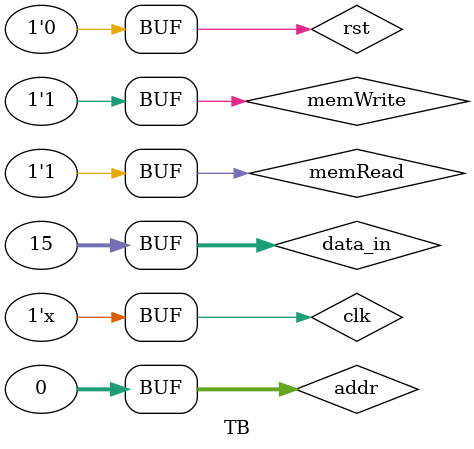
<source format=v>
module MU(data_out, addr, data_in, rst, clk, memRead, memWrite);
  input rst, clk, memWrite, memRead;//read signal redundant
  input [31:0] addr;
  input [31: 0] data_in;
  output reg [31:0] data_out; 
  integer i;
  
  reg[31:0] mem[127:0];
  initial
  begin//setting test data in the registers for test bench
    mem[0] = 32'b 00000000001000100001000000000000;
    //000000_00001_00010_00010_00000_00000
    //R type, rs = 1 reg, rt = 2d reg, rd = 2nd reg, shamt = func = 0
    mem[4] = 32'b 00000000001000100010000000000010;
    //000000_00001_00010_00100_00000_000010
    //R type, rs = 1 reg, rt = 2d reg, rd = 4th reg, shamt = 0, func = 2
    mem[8] = 32'b 00100000000001000000000000001101;
    //001000_00000_00100_0000000000001101
    //SW, rs = 0 reg, rt = 4th reg, addr = 13
    mem[12] = 32'b 00010000000001110000000000001101;
    //000100_00000_00111_0000000000001101
    //LW, rs = 0 reg, rt = 7th reg, addr = 13
    
    mem[16] = 32'b 01000000011001000000000001010000;
    //010000_00011_00100_0000000001010000
    //Branch FAil, rs = 3rd reg, rt = 4th reg, addr = 100-16-4 = 80
    
    mem[20] = 32'b 01000000011001110000000001001100;
    //010000_00011_00111_0000000001001100
    //Branch Yes, rs = 3rd reg, rt = 7th reg, addr = 100-20-4 = 76
    
    mem[100] = 32'b 10000000000000000000000000000001;
    //100000_00000000000000000000000001
    //Jump, jump to mem address 1*4 = 4 to read from



  end
  
  always @ (posedge clk)  //synchoronous so only depends on clock
  begin
    if (rst)
      for(i = 0; i < 128; i = i + 1)
        mem[i] = 'd 0;
    if (memRead)
      data_out <= mem[addr];
    else if (memWrite)
      mem[addr] <= data_in;  
    else
      data_out <= addr;//as otherwise we want to output the ALUOut as R-type instrc     
  end
    
endmodule

module TB;
  reg clk, rst, memRead, memWrite;
  reg [31:0] addr, data_in;
  wire [31:0] data_out;
  MU DataMem(.data_out(data_out), .addr(addr), .data_in(data_in), .rst(rst), .clk(clk), .memRead(memRead), .memWrite(memRead));
  initial
  begin
    clk = 1;
    rst = 0;
    memRead = 0;
    memWrite = 0;
    addr = 'd 0;
    data_in = 'd 15;
    #100
    memRead = 1;
    #100
    memRead = 0;
    memWrite = 1;
    #100
    memRead = 1;
  end
  
  always #50 clk = ~clk;
endmodule

</source>
